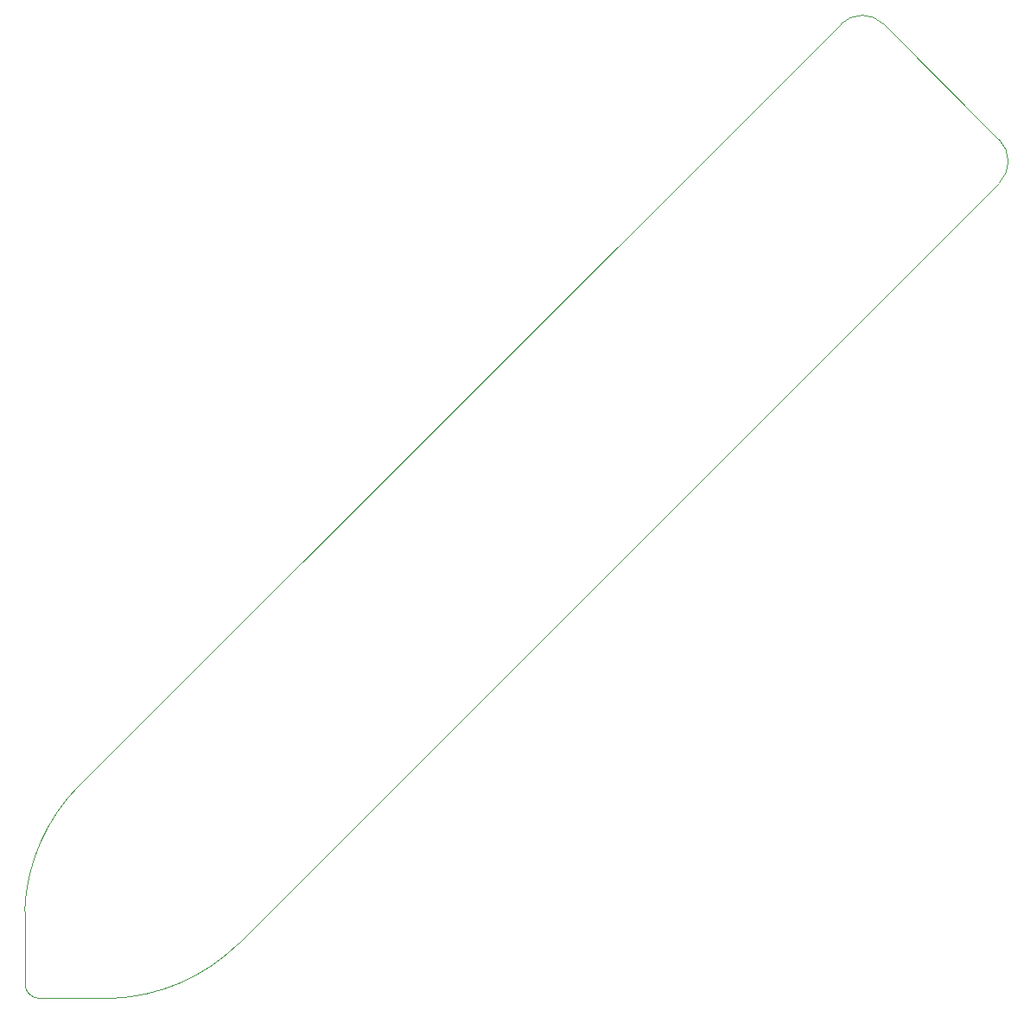
<source format=gbr>
G04 #@! TF.GenerationSoftware,KiCad,Pcbnew,(6.0.9)*
G04 #@! TF.CreationDate,2022-11-30T18:40:26+01:00*
G04 #@! TF.ProjectId,parasite - 45deg,70617261-7369-4746-9520-2d2034356465,1.2.0*
G04 #@! TF.SameCoordinates,Original*
G04 #@! TF.FileFunction,Profile,NP*
%FSLAX46Y46*%
G04 Gerber Fmt 4.6, Leading zero omitted, Abs format (unit mm)*
G04 Created by KiCad (PCBNEW (6.0.9)) date 2022-11-30 18:40:26*
%MOMM*%
%LPD*%
G01*
G04 APERTURE LIST*
G04 #@! TA.AperFunction,Profile*
%ADD10C,0.050000*%
G04 #@! TD*
G04 APERTURE END LIST*
D10*
X111896076Y-41040214D02*
X123209784Y-52353923D01*
X27750370Y-135085416D02*
G75*
G03*
X29164582Y-136499628I1414213J1D01*
G01*
X27715569Y-127979547D02*
X27750370Y-135085416D01*
X111896075Y-41040215D02*
G75*
G03*
X107653435Y-41040214I-2121320J-2121320D01*
G01*
X48670680Y-131135668D02*
X123209784Y-56596563D01*
X33121811Y-115571819D02*
G75*
G03*
X27715569Y-127979547I13081499J-13081471D01*
G01*
X107653435Y-41040214D02*
X33121821Y-115571829D01*
X29164582Y-136499628D02*
X36235650Y-136499628D01*
X36235650Y-136499631D02*
G75*
G03*
X48670680Y-131135668I-680527J18673397D01*
G01*
X123209784Y-56596563D02*
G75*
G03*
X123209784Y-52353923I-2121320J2121320D01*
G01*
M02*

</source>
